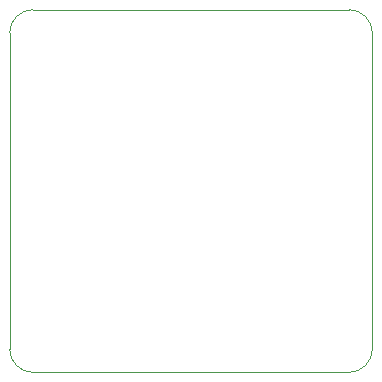
<source format=gm1>
G04 #@! TF.GenerationSoftware,KiCad,Pcbnew,7.0.1*
G04 #@! TF.CreationDate,2023-07-20T02:47:45+02:00*
G04 #@! TF.ProjectId,imu_9_axis,696d755f-395f-4617-9869-732e6b696361,rev?*
G04 #@! TF.SameCoordinates,Original*
G04 #@! TF.FileFunction,Profile,NP*
%FSLAX46Y46*%
G04 Gerber Fmt 4.6, Leading zero omitted, Abs format (unit mm)*
G04 Created by KiCad (PCBNEW 7.0.1) date 2023-07-20 02:47:45*
%MOMM*%
%LPD*%
G01*
G04 APERTURE LIST*
G04 #@! TA.AperFunction,Profile*
%ADD10C,0.100000*%
G04 #@! TD*
G04 APERTURE END LIST*
D10*
X122560229Y-44025000D02*
X149339771Y-44025000D01*
X149339771Y-74725000D02*
X122560229Y-74725000D01*
X120600000Y-72764771D02*
X120600000Y-45985229D01*
X151300000Y-45985229D02*
X151300000Y-72764771D01*
X120600000Y-72764771D02*
G75*
G03*
X122560229Y-74725000I1960200J-29D01*
G01*
X149339771Y-74725000D02*
G75*
G03*
X151300000Y-72764771I29J1960200D01*
G01*
X122560229Y-44025000D02*
G75*
G03*
X120600000Y-45985229I-29J-1960200D01*
G01*
X151300000Y-45985229D02*
G75*
G03*
X149339771Y-44025000I-1960200J29D01*
G01*
M02*

</source>
